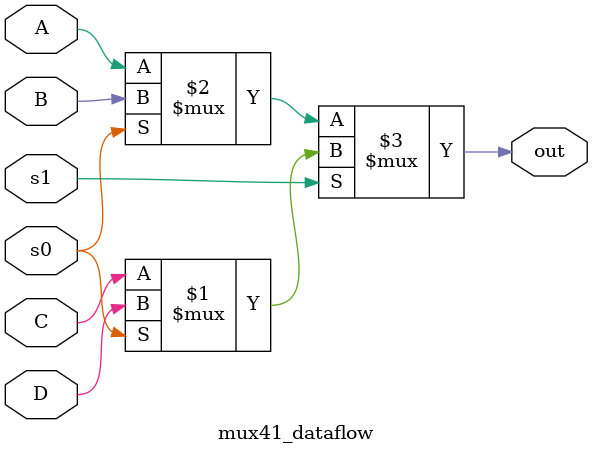
<source format=v>
`timescale 1ns / 1ps


module mux41_dataflow(input A, 
input B, 
input C, 
input D, 
input s0, s1,
output out );

assign out = s1 ? (s0 ? D : C) : (s0 ? B : A); 
endmodule

</source>
